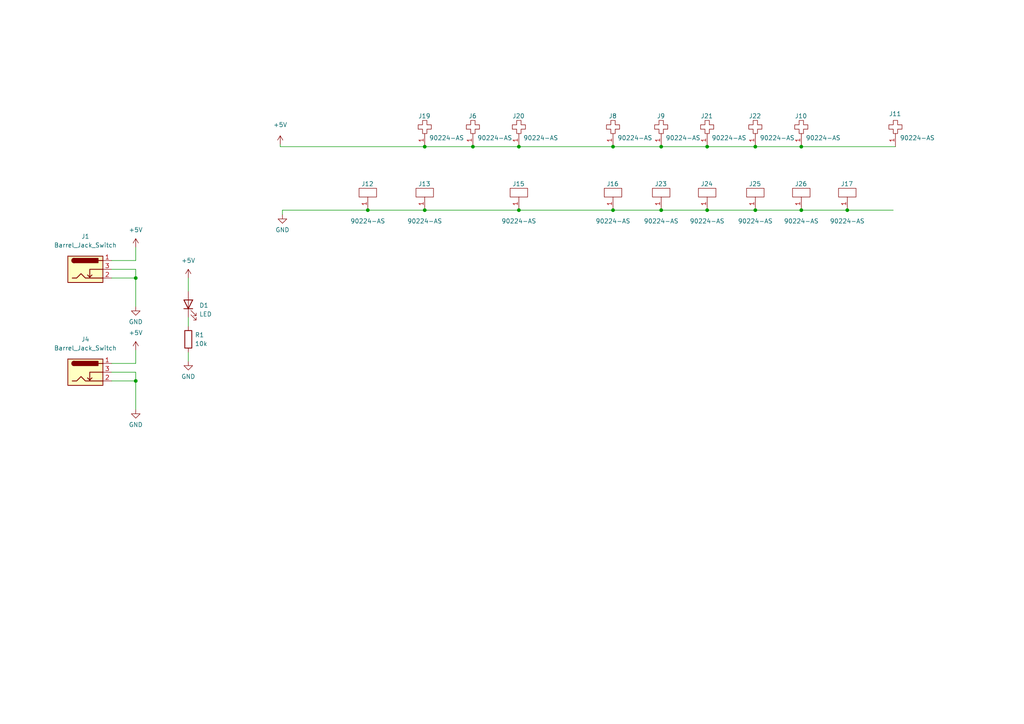
<source format=kicad_sch>
(kicad_sch (version 20211123) (generator eeschema)
  (paper "A4")
  (lib_symbols
    (symbol "Connector:Barrel_Jack_Switch" (pin_names hide)
      (property "Reference" "J" (at 0 5.334 0))
      (property "Value" "Barrel_Jack_Switch" (at 0 -5.08 0))
      (symbol "Barrel_Jack_Switch_0_1"
        (rectangle (start -5.08 3.81) (end 5.08 -3.81) (stroke (width 0.254)) (fill (type background)))
        (arc (start -3.302 3.175) (mid -3.937 2.54) (end -3.302 1.905) (stroke (width 0.254)))
        (arc (start -3.302 3.175) (mid -3.937 2.54) (end -3.302 1.905) (stroke (width 0.254)) (fill (type outline)))
        (polyline (pts (xy 1.27 -2.286) (xy 1.905 -1.651)) (stroke (width 0.254)))
        (polyline (pts (xy 5.08 2.54) (xy 3.81 2.54)) (stroke (width 0.254)))
        (polyline (pts (xy 5.08 0) (xy 1.27 0) (xy 1.27 -2.286) (xy 0.635 -1.651)) (stroke (width 0.254)))
        (polyline (pts (xy -3.81 -2.54) (xy -2.54 -2.54) (xy -1.27 -1.27) (xy 0 -2.54) (xy 2.54 -2.54) (xy 5.08 -2.54)) (stroke (width 0.254)))
        (rectangle (start 3.683 3.175) (end -3.302 1.905) (stroke (width 0.254)) (fill (type outline)))
      )
      (symbol "Barrel_Jack_Switch_1_1"
        (pin passive line (at 7.62 2.54 180) (length 2.54) (name "~") (number "1"))
        (pin passive line (at 7.62 -2.54 180) (length 2.54) (name "~") (number "2"))
        (pin passive line (at 7.62 0 180) (length 2.54) (name "~") (number "3"))
      )
    )
    (symbol "Device:LED" (pin_numbers hide) (pin_names (offset 1.016) hide)
      (property "Reference" "D" (at 0 2.54 0))
      (property "Value" "LED" (at 0 -2.54 0))
      (symbol "LED_0_1"
        (polyline (pts (xy -1.27 -1.27) (xy -1.27 1.27)) (stroke (width 0.254)))
        (polyline (pts (xy -1.27 0) (xy 1.27 0)))
        (polyline (pts (xy 1.27 -1.27) (xy 1.27 1.27) (xy -1.27 0) (xy 1.27 -1.27)) (stroke (width 0.254)))
        (polyline (pts (xy -3.048 -0.762) (xy -4.572 -2.286) (xy -3.81 -2.286) (xy -4.572 -2.286) (xy -4.572 -1.524)))
        (polyline (pts (xy -1.778 -0.762) (xy -3.302 -2.286) (xy -2.54 -2.286) (xy -3.302 -2.286) (xy -3.302 -1.524)))
      )
      (symbol "LED_1_1"
        (pin passive line (at -3.81 0 0) (length 2.54) (name "K") (number "1"))
        (pin passive line (at 3.81 0 180) (length 2.54) (name "A") (number "2"))
      )
    )
    (symbol "Device:R" (pin_numbers hide) (pin_names (offset 0))
      (property "Reference" "R" (at 2.032 0 90))
      (property "Value" "R" (at 0 0 90))
      (symbol "R_0_1"
        (rectangle (start -1.016 -2.54) (end 1.016 2.54) (stroke (width 0.254)))
      )
      (symbol "R_1_1"
        (pin passive line (at 0 3.81 270) (length 1.27) (name "~") (number "1"))
        (pin passive line (at 0 -3.81 90) (length 1.27) (name "~") (number "2"))
      )
    )
    (symbol "Pogopin:90224-AS-minus" (pin_names (offset 0) hide)
      (property "Reference" "J" (at 0 1.905 0))
      (property "Value" "90224-AS-minus" (at 0 -2.54 0))
      (symbol "90224-AS-minus_0_1"
        (rectangle (start -6.35 2.54) (end -3.81 -2.54))
      )
      (symbol "90224-AS-minus_1_1"
        (pin passive line (at 0 0 180) (length 3.81) (name "Pin_1") (number "1"))
      )
    )
    (symbol "Pogopin:90224-AS-plus" (pin_names (offset 0) hide)
      (property "Reference" "J" (at 0 1.905 0))
      (property "Value" "90224-AS-plus" (at 0 -2.54 0))
      (symbol "90224-AS-plus_0_1"
        (polyline (pts (xy -5.08 -1.905) (xy -5.08 -0.635) (xy -3.81 -0.635) (xy -3.81 0.635) (xy -5.08 0.635) (xy -5.08 1.905) (xy -6.35 1.905) (xy -6.35 0.635) (xy -7.62 0.635) (xy -7.62 -0.635) (xy -6.35 -0.635) (xy -6.35 -1.905) (xy -5.08 -1.905)))
      )
      (symbol "90224-AS-plus_1_1"
        (pin passive line (at 0 0 180) (length 3.81) (name "Pin_1") (number "1"))
      )
    )
    (symbol "power:+5V" (power) (pin_names (offset 0))
      (property "Value" "+5V" (at 0 3.556 0))
      (symbol "+5V_0_1"
        (polyline (pts (xy -0.762 1.27) (xy 0 2.54)))
        (polyline (pts (xy 0 0) (xy 0 2.54)))
        (polyline (pts (xy 0 2.54) (xy 0.762 1.27)))
      )
      (symbol "+5V_1_1"
        (pin power_in line (at 0 0 90) (length 0) hide (name "+5V") (number "1"))
      )
    )
    (symbol "power:GND" (power) (pin_names (offset 0))
      (property "Value" "GND" (at 0 -3.81 0))
      (symbol "GND_0_1"
        (polyline (pts (xy 0 0) (xy 0 -1.27) (xy 1.27 -1.27) (xy 0 -2.54) (xy -1.27 -1.27) (xy 0 -1.27)))
      )
      (symbol "GND_1_1"
        (pin power_in line (at 0 0 270) (length 0) hide (name "GND") (number "1"))
      )
    )
  )
  (junction (at 219.075 42.545))
  (junction (at 39.37 110.49))
  (junction (at 205.105 42.545))
  (junction (at 177.8 42.545))
  (junction (at 123.19 60.96))
  (junction (at 137.16 42.545))
  (junction (at 205.105 60.96))
  (junction (at 232.41 42.545))
  (junction (at 106.68 60.96))
  (junction (at 245.745 60.96))
  (junction (at 123.19 42.545))
  (junction (at 232.41 60.96))
  (junction (at 191.77 42.545))
  (junction (at 150.495 42.545))
  (junction (at 177.8 60.96))
  (junction (at 150.495 60.96))
  (junction (at 219.075 60.96))
  (junction (at 191.77 60.96))
  (junction (at 39.37 80.645))
  (wire (pts (xy 32.385 78.105) (xy 39.37 78.105)))
  (wire (pts (xy 205.105 42.545) (xy 219.075 42.545)))
  (wire (pts (xy 219.075 60.96) (xy 232.41 60.96)))
  (wire (pts (xy 32.385 75.565) (xy 39.37 75.565)))
  (wire (pts (xy 123.19 60.96) (xy 150.495 60.96)))
  (wire (pts (xy 32.385 110.49) (xy 39.37 110.49)))
  (wire (pts (xy 39.37 110.49) (xy 39.37 118.745)))
  (wire (pts (xy 39.37 105.41) (xy 39.37 101.6)))
  (wire (pts (xy 81.915 62.23) (xy 81.915 60.96)))
  (wire (pts (xy 150.495 60.96) (xy 177.8 60.96)))
  (wire (pts (xy 54.61 102.235) (xy 54.61 104.775)))
  (wire (pts (xy 81.28 42.545) (xy 123.19 42.545)))
  (wire (pts (xy 81.915 60.96) (xy 106.68 60.96)))
  (wire (pts (xy 39.37 75.565) (xy 39.37 71.755)))
  (wire (pts (xy 232.41 60.96) (xy 245.745 60.96)))
  (wire (pts (xy 219.075 42.545) (xy 232.41 42.545)))
  (wire (pts (xy 32.385 107.95) (xy 39.37 107.95)))
  (wire (pts (xy 32.385 80.645) (xy 39.37 80.645)))
  (wire (pts (xy 54.61 80.645) (xy 54.61 84.455)))
  (wire (pts (xy 106.68 60.96) (xy 123.19 60.96)))
  (wire (pts (xy 245.745 60.96) (xy 259.08 60.96)))
  (wire (pts (xy 39.37 80.645) (xy 39.37 88.9)))
  (wire (pts (xy 191.77 60.96) (xy 205.105 60.96)))
  (wire (pts (xy 232.41 42.545) (xy 259.715 42.545)))
  (wire (pts (xy 137.16 42.545) (xy 150.495 42.545)))
  (wire (pts (xy 32.385 105.41) (xy 39.37 105.41)))
  (wire (pts (xy 177.8 60.96) (xy 191.77 60.96)))
  (wire (pts (xy 39.37 78.105) (xy 39.37 80.645)))
  (wire (pts (xy 150.495 42.545) (xy 177.8 42.545)))
  (wire (pts (xy 123.19 42.545) (xy 137.16 42.545)))
  (wire (pts (xy 177.8 42.545) (xy 191.77 42.545)))
  (wire (pts (xy 39.37 107.95) (xy 39.37 110.49)))
  (wire (pts (xy 54.61 92.075) (xy 54.61 94.615)))
  (wire (pts (xy 81.28 41.91) (xy 81.28 42.545)))
  (wire (pts (xy 205.105 60.96) (xy 219.075 60.96)))
  (wire (pts (xy 191.77 42.545) (xy 205.105 42.545)))
  (symbol (lib_id "power:GND") (at 54.61 104.775 0) (unit 1)
    (property "Reference" "#PWR0106" (effects hide))
    (property "Value" "GND" (at 54.61 109.22 0))
  )
  (symbol (lib_id "Pogopin:90224-AS-minus") (at 232.41 60.96 270) (unit 1)
    (property "Reference" "J26" (at 230.505 53.34 90) (effects (justify left)))
    (property "Value" "90224-AS" (at 227.33 64.135 90) (effects (justify left)))
    (property "Footprint" "MyFootprints:90224-AS-minus" (effects hide))
  )
  (symbol (lib_id "Pogopin:90224-AS-plus") (at 150.495 42.545 270) (unit 1)
    (property "Reference" "J20" (at 148.59 33.655 90) (effects (justify left)))
    (property "Value" "90224-AS" (at 151.765 40.0049 90) (effects (justify left)))
    (property "Footprint" "MyFootprints:90224-AS-plus" (effects hide))
  )
  (symbol (lib_id "Device:R") (at 54.61 98.425 0) (unit 1)
    (property "Reference" "R1" (at 56.515 97.1549 0) (effects (justify left)))
    (property "Value" "10k" (at 56.515 99.6949 0) (effects (justify left)))
    (property "Footprint" "Resistor_SMD:R_0603_1608Metric_Pad0.98x0.95mm_HandSolder" (effects hide))
  )
  (symbol (lib_id "Connector:Barrel_Jack_Switch") (at 24.765 78.105 0) (unit 1)
    (property "Reference" "J1" (at 24.765 68.58 0))
    (property "Value" "Barrel_Jack_Switch" (at 24.765 71.12 0))
    (property "Footprint" "MyFootprints:Barrel Jack_SparkFun_PRT-10811" (effects hide))
  )
  (symbol (lib_id "Pogopin:90224-AS-minus") (at 177.8 60.96 270) (unit 1)
    (property "Reference" "J16" (at 175.895 53.34 90) (effects (justify left)))
    (property "Value" "90224-AS" (at 172.72 64.135 90) (effects (justify left)))
    (property "Footprint" "MyFootprints:90224-AS-minus" (effects hide))
  )
  (symbol (lib_id "power:GND") (at 81.915 62.23 0) (unit 1)
    (property "Reference" "#PWR0130" (effects hide))
    (property "Value" "GND" (at 81.915 66.675 0))
  )
  (symbol (lib_id "Pogopin:90224-AS-minus") (at 106.68 60.96 270) (unit 1)
    (property "Reference" "J12" (at 104.775 53.34 90) (effects (justify left)))
    (property "Value" "90224-AS" (at 101.6 64.135 90) (effects (justify left)))
    (property "Footprint" "MyFootprints:90224-AS-minus" (effects hide))
  )
  (symbol (lib_id "Pogopin:90224-AS-minus") (at 205.105 60.96 270) (unit 1)
    (property "Reference" "J24" (at 203.2 53.34 90) (effects (justify left)))
    (property "Value" "90224-AS" (at 200.025 64.135 90) (effects (justify left)))
    (property "Footprint" "MyFootprints:90224-AS-minus" (effects hide))
  )
  (symbol (lib_id "Pogopin:90224-AS-plus") (at 123.19 42.545 270) (unit 1)
    (property "Reference" "J19" (at 121.285 33.655 90) (effects (justify left)))
    (property "Value" "90224-AS" (at 124.46 40.0049 90) (effects (justify left)))
    (property "Footprint" "MyFootprints:90224-AS-plus" (effects hide))
  )
  (symbol (lib_id "Pogopin:90224-AS-minus") (at 150.495 60.96 270) (unit 1)
    (property "Reference" "J15" (at 148.59 53.34 90) (effects (justify left)))
    (property "Value" "90224-AS" (at 145.415 64.135 90) (effects (justify left)))
    (property "Footprint" "MyFootprints:90224-AS-minus" (effects hide))
  )
  (symbol (lib_id "Pogopin:90224-AS-plus") (at 137.16 42.545 270) (unit 1)
    (property "Reference" "J6" (at 135.89 33.655 90) (effects (justify left)))
    (property "Value" "90224-AS" (at 138.43 40.0049 90) (effects (justify left)))
    (property "Footprint" "MyFootprints:90224-AS-plus" (effects hide))
  )
  (symbol (lib_id "Pogopin:90224-AS-minus") (at 245.745 60.96 270) (unit 1)
    (property "Reference" "J17" (at 243.84 53.34 90) (effects (justify left)))
    (property "Value" "90224-AS" (at 240.665 64.135 90) (effects (justify left)))
    (property "Footprint" "MyFootprints:90224-AS-minus" (effects hide))
  )
  (symbol (lib_id "power:+5V") (at 39.37 101.6 0) (unit 1)
    (property "Reference" "#PWR0107" (effects hide))
    (property "Value" "+5V" (at 39.37 96.52 0))
  )
  (symbol (lib_id "Pogopin:90224-AS-plus") (at 259.715 42.545 270) (unit 1)
    (property "Reference" "J11" (at 257.81 33.02 90) (effects (justify left)))
    (property "Value" "90224-AS" (at 260.985 40.0049 90) (effects (justify left)))
    (property "Footprint" "MyFootprints:90224-AS-plus" (effects hide))
  )
  (symbol (lib_id "Pogopin:90224-AS-plus") (at 219.075 42.545 270) (unit 1)
    (property "Reference" "J22" (at 217.17 33.655 90) (effects (justify left)))
    (property "Value" "90224-AS" (at 220.345 40.0049 90) (effects (justify left)))
    (property "Footprint" "MyFootprints:90224-AS-plus" (effects hide))
  )
  (symbol (lib_id "power:+5V") (at 54.61 80.645 0) (unit 1)
    (property "Reference" "#PWR0105" (effects hide))
    (property "Value" "+5V" (at 54.61 75.565 0))
  )
  (symbol (lib_id "power:GND") (at 39.37 118.745 0) (unit 1)
    (property "Reference" "#PWR0108" (effects hide))
    (property "Value" "GND" (at 39.37 123.19 0))
  )
  (symbol (lib_id "power:GND") (at 39.37 88.9 0) (unit 1)
    (property "Reference" "#PWR0104" (effects hide))
    (property "Value" "GND" (at 39.37 93.345 0))
  )
  (symbol (lib_id "Pogopin:90224-AS-plus") (at 232.41 42.545 270) (unit 1)
    (property "Reference" "J10" (at 230.505 33.655 90) (effects (justify left)))
    (property "Value" "90224-AS" (at 233.68 40.0049 90) (effects (justify left)))
    (property "Footprint" "MyFootprints:90224-AS-plus" (effects hide))
  )
  (symbol (lib_id "Pogopin:90224-AS-plus") (at 205.105 42.545 270) (unit 1)
    (property "Reference" "J21" (at 203.2 33.655 90) (effects (justify left)))
    (property "Value" "90224-AS" (at 206.375 40.0049 90) (effects (justify left)))
    (property "Footprint" "MyFootprints:90224-AS-plus" (effects hide))
  )
  (symbol (lib_id "Pogopin:90224-AS-minus") (at 123.19 60.96 270) (unit 1)
    (property "Reference" "J13" (at 121.285 53.34 90) (effects (justify left)))
    (property "Value" "90224-AS" (at 118.11 64.135 90) (effects (justify left)))
    (property "Footprint" "MyFootprints:90224-AS-minus" (effects hide))
  )
  (symbol (lib_id "Device:LED") (at 54.61 88.265 90) (unit 1)
    (property "Reference" "D1" (at 57.785 88.5824 90) (effects (justify right)))
    (property "Value" "LED" (at 57.785 91.1224 90) (effects (justify right)))
    (property "Footprint" "LED_SMD:LED_0603_1608Metric_Pad1.05x0.95mm_HandSolder" (effects hide))
  )
  (symbol (lib_id "Pogopin:90224-AS-minus") (at 219.075 60.96 270) (unit 1)
    (property "Reference" "J25" (at 217.17 53.34 90) (effects (justify left)))
    (property "Value" "90224-AS" (at 213.995 64.135 90) (effects (justify left)))
    (property "Footprint" "MyFootprints:90224-AS-minus" (effects hide))
  )
  (symbol (lib_id "Pogopin:90224-AS-minus") (at 191.77 60.96 270) (unit 1)
    (property "Reference" "J23" (at 189.865 53.34 90) (effects (justify left)))
    (property "Value" "90224-AS" (at 186.69 64.135 90) (effects (justify left)))
    (property "Footprint" "MyFootprints:90224-AS-minus" (effects hide))
  )
  (symbol (lib_id "Pogopin:90224-AS-plus") (at 191.77 42.545 270) (unit 1)
    (property "Reference" "J9" (at 190.5 33.655 90) (effects (justify left)))
    (property "Value" "90224-AS" (at 193.04 40.0049 90) (effects (justify left)))
    (property "Footprint" "MyFootprints:90224-AS-plus" (effects hide))
  )
  (symbol (lib_id "Connector:Barrel_Jack_Switch") (at 24.765 107.95 0) (unit 1)
    (property "Reference" "J4" (at 24.765 98.425 0))
    (property "Value" "Barrel_Jack_Switch" (at 24.765 100.965 0))
    (property "Footprint" "MyFootprints:Barrel Jack_SparkFun_PRT-10811" (effects hide))
  )
  (symbol (lib_id "Pogopin:90224-AS-plus") (at 177.8 42.545 270) (unit 1)
    (property "Reference" "J8" (at 176.53 33.655 90) (effects (justify left)))
    (property "Value" "90224-AS" (at 179.07 40.0049 90) (effects (justify left)))
    (property "Footprint" "MyFootprints:90224-AS-plus" (effects hide))
  )
  (symbol (lib_id "power:+5V") (at 81.28 41.91 0) (unit 1)
    (property "Reference" "#PWR0128" (effects hide))
    (property "Value" "+5V" (at 81.28 36.195 0))
  )
  (symbol (lib_id "power:+5V") (at 39.37 71.755 0) (unit 1)
    (property "Reference" "#PWR0101" (effects hide))
    (property "Value" "+5V" (at 39.37 66.675 0))
  )
)
</source>
